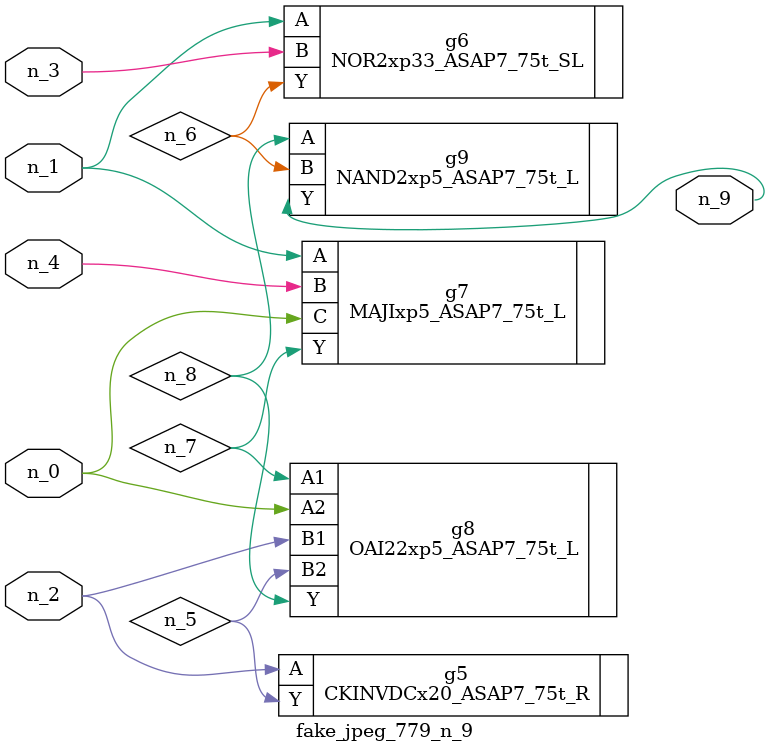
<source format=v>
module fake_jpeg_779_n_9 (n_3, n_2, n_1, n_0, n_4, n_9);

input n_3;
input n_2;
input n_1;
input n_0;
input n_4;

output n_9;

wire n_8;
wire n_6;
wire n_5;
wire n_7;

CKINVDCx20_ASAP7_75t_R g5 ( 
.A(n_2),
.Y(n_5)
);

NOR2xp33_ASAP7_75t_SL g6 ( 
.A(n_1),
.B(n_3),
.Y(n_6)
);

MAJIxp5_ASAP7_75t_L g7 ( 
.A(n_1),
.B(n_4),
.C(n_0),
.Y(n_7)
);

OAI22xp5_ASAP7_75t_L g8 ( 
.A1(n_7),
.A2(n_0),
.B1(n_2),
.B2(n_5),
.Y(n_8)
);

NAND2xp5_ASAP7_75t_L g9 ( 
.A(n_8),
.B(n_6),
.Y(n_9)
);


endmodule
</source>
